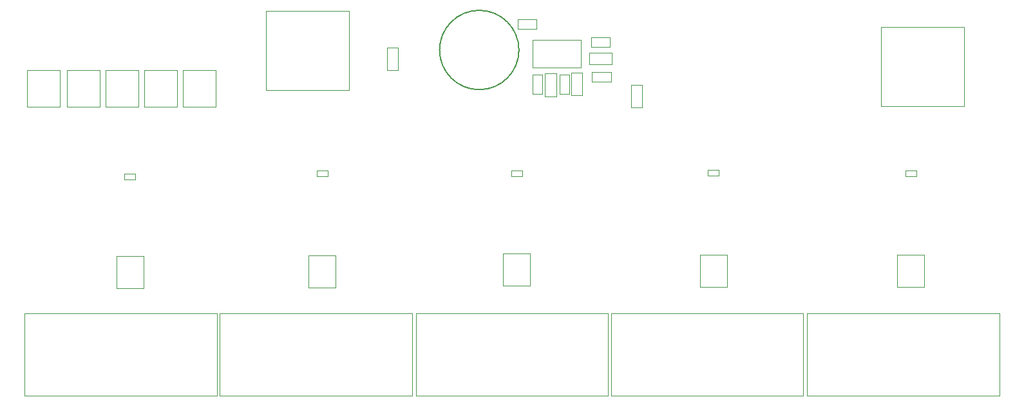
<source format=gbr>
G04 Layer_Color=32768*
%FSLAX45Y45*%
%MOMM*%
%TF.FileFunction,Other,Mechanical_15*%
%TF.Part,Single*%
G01*
G75*
%TA.AperFunction,NonConductor*%
%ADD60C,0.10000*%
%ADD63C,0.12700*%
%ADD65C,0.05000*%
D60*
X6336900Y6350800D02*
Y6833800D01*
X5905900D02*
X6336900D01*
X5905900Y6350800D02*
Y6833800D01*
Y6350800D02*
X6336900D01*
X5828900Y6350600D02*
Y6833600D01*
X5397900D02*
X5828900D01*
X5397900Y6350600D02*
Y6833600D01*
Y6350600D02*
X5828900D01*
X5320900Y6350800D02*
Y6833800D01*
X4889900D02*
X5320900D01*
X4889900Y6350800D02*
Y6833800D01*
Y6350800D02*
X5320900D01*
X4812900D02*
Y6833800D01*
X4381900D02*
X4812900D01*
X4381900Y6350800D02*
Y6833800D01*
Y6350800D02*
X4812900D01*
X4292200Y6350600D02*
Y6833600D01*
X3861200D02*
X4292200D01*
X3861200Y6350600D02*
Y6833600D01*
Y6350600D02*
X4292200D01*
X3829700Y3635700D02*
X6355700D01*
Y2546700D02*
Y3635700D01*
X3829700Y2546700D02*
X6355700D01*
X3829700D02*
Y3635700D01*
X6395100D02*
X8921100D01*
Y2546700D02*
Y3635700D01*
X6395100Y2546700D02*
X8921100D01*
X6395100D02*
Y3635700D01*
X8973200D02*
X11499200D01*
Y2546700D02*
Y3635700D01*
X8973200Y2546700D02*
X11499200D01*
X8973200D02*
Y3635700D01*
X11538600D02*
X14064600D01*
Y2546700D02*
Y3635700D01*
X11538600Y2546700D02*
X14064600D01*
X11538600D02*
Y3635700D01*
X14116701D02*
X16642700D01*
Y2546700D02*
Y3635700D01*
X14116701Y2546700D02*
X16642700D01*
X14116701D02*
Y3635700D01*
D63*
X10326420Y7099300D02*
G03*
X10326420Y7099300I-522020J0D01*
G01*
D65*
X10309200Y7378200D02*
Y7506200D01*
Y7378200D02*
X10557200D01*
Y7506200D01*
X10309200D02*
X10557200D01*
X10858000Y6524600D02*
X10986000D01*
Y6772600D01*
X10858000D02*
X10986000D01*
X10858000Y6524600D02*
Y6772600D01*
X10502400Y6524600D02*
X10630400D01*
Y6772600D01*
X10502400D02*
X10630400D01*
X10502400Y6524600D02*
Y6772600D01*
X10669200Y6488300D02*
X10819200D01*
Y6788300D01*
X10669200D02*
X10819200D01*
X10669200Y6488300D02*
Y6788300D01*
X5036100Y4387800D02*
X5391100D01*
X5036100Y3962800D02*
Y4387800D01*
Y3962800D02*
X5391100D01*
Y4387800D01*
X7562900Y4393800D02*
X7917900D01*
X7562900Y3968800D02*
Y4393800D01*
Y3968800D02*
X7917900D01*
Y4393800D01*
X10116100Y4419200D02*
X10471100D01*
X10116100Y3994200D02*
Y4419200D01*
Y3994200D02*
X10471100D01*
Y4419200D01*
X8589400Y6835300D02*
X8733400D01*
Y7132300D01*
X8589400D02*
X8733400D01*
X8589400Y6835300D02*
Y7132300D01*
X8092800Y6571600D02*
Y7611600D01*
X7002800Y6571600D02*
X8092800D01*
X7002800D02*
Y7611600D01*
X8092800D01*
X15084700Y6358400D02*
Y7398400D01*
X16174699D01*
Y6358400D02*
Y7398400D01*
X15084700Y6358400D02*
X16174699D01*
X12706900Y4406500D02*
X13061900D01*
X12706900Y3981500D02*
Y4406500D01*
Y3981500D02*
X13061900D01*
Y4406500D01*
X15297701D02*
X15652699D01*
X15297701Y3981500D02*
Y4406500D01*
Y3981500D02*
X15652699D01*
Y4406500D01*
X11274400Y7136900D02*
Y7264900D01*
Y7136900D02*
X11522400D01*
Y7264900D01*
X11274400D02*
X11522400D01*
X10502900Y6868400D02*
Y7228600D01*
Y6868400D02*
X11137900D01*
Y7228600D01*
X10502900D02*
X11137900D01*
X11012100Y6501000D02*
X11162100D01*
Y6801000D01*
X11012100D02*
X11162100D01*
X11012100Y6501000D02*
Y6801000D01*
X11250800Y6910000D02*
Y7060000D01*
Y6910000D02*
X11550800D01*
Y7060000D01*
X11250800D02*
X11550800D01*
X11287100Y6679700D02*
Y6807700D01*
Y6679700D02*
X11535100D01*
Y6807700D01*
X11287100D02*
X11535100D01*
X5139600Y5398600D02*
Y5472600D01*
Y5398600D02*
X5283600D01*
Y5472600D01*
X5139600D02*
X5283600D01*
X15409300Y5436700D02*
Y5510700D01*
Y5436700D02*
X15553300D01*
Y5510700D01*
X15409300D02*
X15553300D01*
X7666900Y5436700D02*
Y5510700D01*
Y5436700D02*
X7810900D01*
Y5510700D01*
X7666900D02*
X7810900D01*
X10227700Y5436700D02*
Y5510700D01*
Y5436700D02*
X10371700D01*
Y5510700D01*
X10227700D02*
X10371700D01*
X12810400Y5449400D02*
Y5523400D01*
Y5449400D02*
X12954401D01*
Y5523400D01*
X12810400D02*
X12954401D01*
X11802500Y6340000D02*
X11946500D01*
Y6637000D01*
X11802500D02*
X11946500D01*
X11802500Y6340000D02*
Y6637000D01*
%TF.MD5,0738b7560104adab8551c28d0fc0b3ca*%
M02*

</source>
